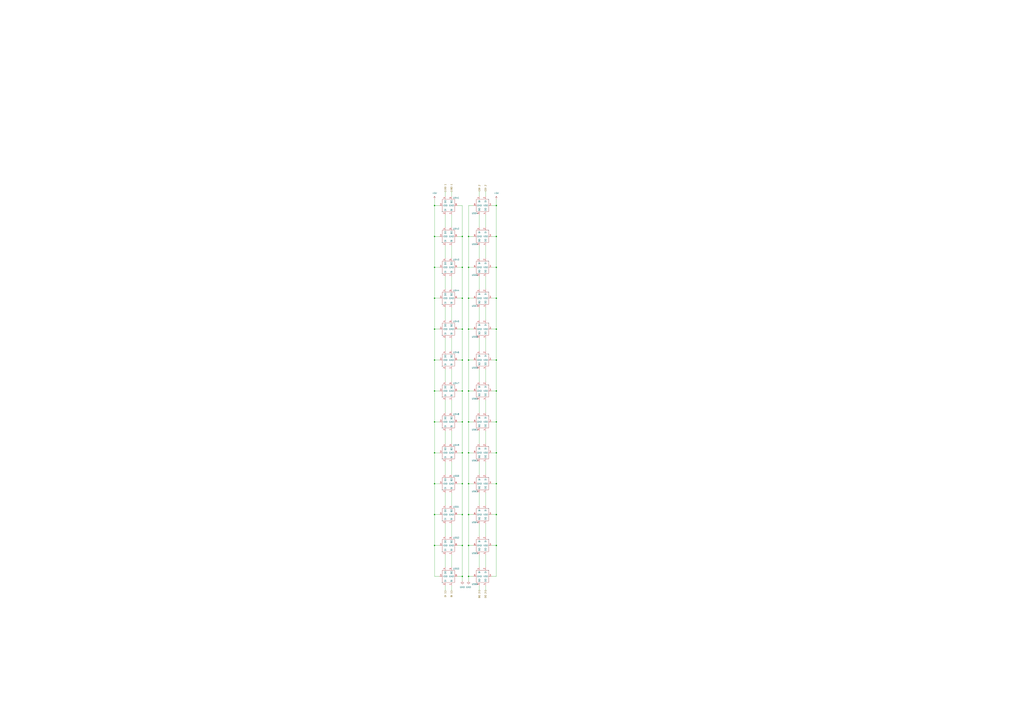
<source format=kicad_sch>
(kicad_sch (version 20231120) (generator "eeschema") (generator_version "8.0")
  (paper "A1")
  (lib_symbols
    (symbol "Dustins_Symbols:WS2816C"
      (property "Reference" "U" (at 10.16 11.43 0))
      (symbol "WS2816C_0_1"
        (rectangle (start 0 10.16) (end 10.16 0))
      )
      (symbol "WS2816C_1_1"
        (pin input line (at 7.62 -2.54 90) (length 2.54) (name "BI") (number "1"))
        (pin input line (at 2.54 -2.54 90) (length 2.54) (name "DI") (number "2"))
        (pin power_in line (at -2.54 5.08 0) (length 2.54) (name "VDD") (number "3"))
        (pin output line (at 2.54 12.7 270) (length 2.54) (name "DO") (number "4"))
        (pin output line (at 7.62 12.7 270) (length 2.54) (name "BO") (number "5"))
        (pin power_in line (at 12.7 5.08 180) (length 2.54) (name "GND") (number "6"))
      )
    )
    (symbol "power:+5V" (power) (pin_names (offset 0))
      (property "Value" "+5V" (at 0 3.556 0))
      (symbol "+5V_0_1"
        (polyline (pts (xy -0.762 1.27) (xy 0 2.54)))
        (polyline (pts (xy 0 0) (xy 0 2.54)))
        (polyline (pts (xy 0 2.54) (xy 0.762 1.27)))
      )
      (symbol "+5V_1_1"
        (pin power_in line (at 0 0 90) (length 0) hide (name "+5V") (number "1"))
      )
    )
    (symbol "power:GND" (power) (pin_numbers hide) (pin_names (offset 0) hide)
      (property "Value" "GND" (at 0 -3.81 0))
      (symbol "GND_0_1"
        (polyline (pts (xy 0 0) (xy 0 -1.27) (xy 1.27 -1.27) (xy 0 -2.54) (xy -1.27 -1.27) (xy 0 -1.27)))
      )
      (symbol "GND_1_1"
        (pin power_in line (at 0 0 270) (length 0) (name "~") (number "1"))
      )
    )
  )
  (junction (at 379.73 321.31))
  (junction (at 407.67 321.31))
  (junction (at 356.87 219.71))
  (junction (at 407.67 219.71))
  (junction (at 379.73 397.51))
  (junction (at 407.67 194.31))
  (junction (at 384.81 219.71))
  (junction (at 379.73 422.91))
  (junction (at 384.81 397.51))
  (junction (at 407.67 397.51))
  (junction (at 356.87 346.71))
  (junction (at 379.73 270.51))
  (junction (at 384.81 321.31))
  (junction (at 384.81 346.71))
  (junction (at 356.87 372.11))
  (junction (at 356.87 295.91))
  (junction (at 379.73 372.11))
  (junction (at 379.73 473.71))
  (junction (at 379.73 219.71))
  (junction (at 356.87 168.91))
  (junction (at 384.81 270.51))
  (junction (at 384.81 372.11))
  (junction (at 356.87 194.31))
  (junction (at 384.81 448.31))
  (junction (at 356.87 422.91))
  (junction (at 379.73 346.71))
  (junction (at 407.67 448.31))
  (junction (at 407.67 372.11))
  (junction (at 356.87 448.31))
  (junction (at 379.73 295.91))
  (junction (at 407.67 245.11))
  (junction (at 407.67 295.91))
  (junction (at 407.67 346.71))
  (junction (at 356.87 321.31))
  (junction (at 384.81 473.71))
  (junction (at 384.81 422.91))
  (junction (at 379.73 245.11))
  (junction (at 384.81 245.11))
  (junction (at 407.67 422.91))
  (junction (at 407.67 270.51))
  (junction (at 379.73 194.31))
  (junction (at 356.87 270.51))
  (junction (at 384.81 295.91))
  (junction (at 379.73 448.31))
  (junction (at 356.87 245.11))
  (junction (at 384.81 194.31))
  (junction (at 407.67 168.91))
  (junction (at 356.87 397.51))
  (wire (pts (xy 393.7 440.69) (xy 393.7 430.53)))
  (wire (pts (xy 384.81 473.71) (xy 384.81 477.52)))
  (wire (pts (xy 356.87 321.31) (xy 356.87 346.71)))
  (wire (pts (xy 384.81 397.51) (xy 384.81 422.91)))
  (wire (pts (xy 393.7 415.29) (xy 393.7 405.13)))
  (wire (pts (xy 365.76 303.53) (xy 365.76 313.69)))
  (wire (pts (xy 407.67 219.71) (xy 403.86 219.71)))
  (wire (pts (xy 375.92 397.51) (xy 379.73 397.51)))
  (wire (pts (xy 403.86 168.91) (xy 407.67 168.91)))
  (wire (pts (xy 384.81 422.91) (xy 388.62 422.91)))
  (wire (pts (xy 388.62 346.71) (xy 384.81 346.71)))
  (wire (pts (xy 365.76 455.93) (xy 365.76 466.09)))
  (wire (pts (xy 407.67 321.31) (xy 407.67 295.91)))
  (wire (pts (xy 379.73 372.11) (xy 379.73 346.71)))
  (wire (pts (xy 356.87 245.11) (xy 356.87 270.51)))
  (wire (pts (xy 384.81 422.91) (xy 384.81 448.31)))
  (wire (pts (xy 384.81 295.91) (xy 388.62 295.91)))
  (wire (pts (xy 370.84 354.33) (xy 370.84 364.49)))
  (wire (pts (xy 398.78 157.48) (xy 398.78 161.29)))
  (wire (pts (xy 393.7 157.48) (xy 393.7 161.29)))
  (wire (pts (xy 393.7 481.33) (xy 393.7 485.14)))
  (wire (pts (xy 375.92 321.31) (xy 379.73 321.31)))
  (wire (pts (xy 365.76 354.33) (xy 365.76 364.49)))
  (wire (pts (xy 356.87 295.91) (xy 356.87 321.31)))
  (wire (pts (xy 403.86 422.91) (xy 407.67 422.91)))
  (wire (pts (xy 393.7 389.89) (xy 393.7 379.73)))
  (wire (pts (xy 356.87 346.71) (xy 360.68 346.71)))
  (wire (pts (xy 388.62 321.31) (xy 384.81 321.31)))
  (wire (pts (xy 407.67 346.71) (xy 407.67 321.31)))
  (wire (pts (xy 398.78 481.33) (xy 398.78 485.14)))
  (wire (pts (xy 360.68 422.91) (xy 356.87 422.91)))
  (wire (pts (xy 407.67 346.71) (xy 403.86 346.71)))
  (wire (pts (xy 407.67 448.31) (xy 403.86 448.31)))
  (wire (pts (xy 398.78 288.29) (xy 398.78 278.13)))
  (wire (pts (xy 356.87 321.31) (xy 360.68 321.31)))
  (wire (pts (xy 398.78 440.69) (xy 398.78 430.53)))
  (wire (pts (xy 379.73 473.71) (xy 379.73 477.52)))
  (wire (pts (xy 365.76 201.93) (xy 365.76 212.09)))
  (wire (pts (xy 379.73 270.51) (xy 379.73 295.91)))
  (wire (pts (xy 370.84 328.93) (xy 370.84 339.09)))
  (wire (pts (xy 356.87 219.71) (xy 356.87 245.11)))
  (wire (pts (xy 384.81 473.71) (xy 388.62 473.71)))
  (wire (pts (xy 370.84 176.53) (xy 370.84 186.69)))
  (wire (pts (xy 379.73 219.71) (xy 379.73 194.31)))
  (wire (pts (xy 356.87 270.51) (xy 360.68 270.51)))
  (wire (pts (xy 407.67 194.31) (xy 403.86 194.31)))
  (wire (pts (xy 388.62 372.11) (xy 384.81 372.11)))
  (wire (pts (xy 375.92 422.91) (xy 379.73 422.91)))
  (wire (pts (xy 365.76 252.73) (xy 365.76 262.89)))
  (wire (pts (xy 407.67 245.11) (xy 403.86 245.11)))
  (wire (pts (xy 370.84 278.13) (xy 370.84 288.29)))
  (wire (pts (xy 356.87 448.31) (xy 356.87 473.71)))
  (wire (pts (xy 370.84 157.48) (xy 370.84 161.29)))
  (wire (pts (xy 398.78 466.09) (xy 398.78 455.93)))
  (wire (pts (xy 370.84 430.53) (xy 370.84 440.69)))
  (wire (pts (xy 388.62 270.51) (xy 384.81 270.51)))
  (wire (pts (xy 384.81 194.31) (xy 384.81 219.71)))
  (wire (pts (xy 407.67 473.71) (xy 407.67 448.31)))
  (wire (pts (xy 384.81 245.11) (xy 384.81 270.51)))
  (wire (pts (xy 356.87 219.71) (xy 360.68 219.71)))
  (wire (pts (xy 393.7 237.49) (xy 393.7 227.33)))
  (wire (pts (xy 407.67 270.51) (xy 403.86 270.51)))
  (wire (pts (xy 375.92 194.31) (xy 379.73 194.31)))
  (wire (pts (xy 356.87 448.31) (xy 360.68 448.31)))
  (wire (pts (xy 375.92 219.71) (xy 379.73 219.71)))
  (wire (pts (xy 356.87 168.91) (xy 356.87 194.31)))
  (wire (pts (xy 379.73 448.31) (xy 379.73 473.71)))
  (wire (pts (xy 379.73 168.91) (xy 375.92 168.91)))
  (wire (pts (xy 370.84 227.33) (xy 370.84 237.49)))
  (wire (pts (xy 356.87 163.83) (xy 356.87 168.91)))
  (wire (pts (xy 393.7 186.69) (xy 393.7 176.53)))
  (wire (pts (xy 398.78 313.69) (xy 398.78 303.53)))
  (wire (pts (xy 370.84 455.93) (xy 370.84 466.09)))
  (wire (pts (xy 393.7 339.09) (xy 393.7 328.93)))
  (wire (pts (xy 356.87 372.11) (xy 356.87 397.51)))
  (wire (pts (xy 407.67 270.51) (xy 407.67 245.11)))
  (wire (pts (xy 384.81 194.31) (xy 384.81 168.91)))
  (wire (pts (xy 356.87 194.31) (xy 356.87 219.71)))
  (wire (pts (xy 388.62 168.91) (xy 384.81 168.91)))
  (wire (pts (xy 398.78 186.69) (xy 398.78 176.53)))
  (wire (pts (xy 365.76 176.53) (xy 365.76 186.69)))
  (wire (pts (xy 393.7 262.89) (xy 393.7 252.73)))
  (wire (pts (xy 370.84 481.33) (xy 370.84 485.14)))
  (wire (pts (xy 398.78 339.09) (xy 398.78 328.93)))
  (wire (pts (xy 379.73 397.51) (xy 379.73 372.11)))
  (wire (pts (xy 356.87 245.11) (xy 360.68 245.11)))
  (wire (pts (xy 379.73 295.91) (xy 379.73 321.31)))
  (wire (pts (xy 384.81 321.31) (xy 384.81 346.71)))
  (wire (pts (xy 379.73 270.51) (xy 379.73 245.11)))
  (wire (pts (xy 360.68 473.71) (xy 356.87 473.71)))
  (wire (pts (xy 393.7 364.49) (xy 393.7 354.33)))
  (wire (pts (xy 384.81 270.51) (xy 384.81 295.91)))
  (wire (pts (xy 388.62 219.71) (xy 384.81 219.71)))
  (wire (pts (xy 384.81 448.31) (xy 384.81 473.71)))
  (wire (pts (xy 403.86 473.71) (xy 407.67 473.71)))
  (wire (pts (xy 365.76 430.53) (xy 365.76 440.69)))
  (wire (pts (xy 388.62 397.51) (xy 384.81 397.51)))
  (wire (pts (xy 356.87 346.71) (xy 356.87 372.11)))
  (wire (pts (xy 407.67 219.71) (xy 407.67 194.31)))
  (wire (pts (xy 375.92 270.51) (xy 379.73 270.51)))
  (wire (pts (xy 370.84 252.73) (xy 370.84 262.89)))
  (wire (pts (xy 379.73 194.31) (xy 379.73 168.91)))
  (wire (pts (xy 375.92 245.11) (xy 379.73 245.11)))
  (wire (pts (xy 407.67 372.11) (xy 407.67 346.71)))
  (wire (pts (xy 407.67 397.51) (xy 403.86 397.51)))
  (wire (pts (xy 365.76 157.48) (xy 365.76 161.29)))
  (wire (pts (xy 407.67 321.31) (xy 403.86 321.31)))
  (wire (pts (xy 356.87 397.51) (xy 360.68 397.51)))
  (wire (pts (xy 356.87 194.31) (xy 360.68 194.31)))
  (wire (pts (xy 356.87 270.51) (xy 356.87 295.91)))
  (wire (pts (xy 365.76 278.13) (xy 365.76 288.29)))
  (wire (pts (xy 360.68 295.91) (xy 356.87 295.91)))
  (wire (pts (xy 398.78 212.09) (xy 398.78 201.93)))
  (wire (pts (xy 398.78 237.49) (xy 398.78 227.33)))
  (wire (pts (xy 375.92 346.71) (xy 379.73 346.71)))
  (wire (pts (xy 370.84 201.93) (xy 370.84 212.09)))
  (wire (pts (xy 384.81 346.71) (xy 384.81 372.11)))
  (wire (pts (xy 407.67 245.11) (xy 407.67 219.71)))
  (wire (pts (xy 384.81 295.91) (xy 384.81 321.31)))
  (wire (pts (xy 375.92 448.31) (xy 379.73 448.31)))
  (wire (pts (xy 407.67 295.91) (xy 407.67 270.51)))
  (wire (pts (xy 375.92 473.71) (xy 379.73 473.71)))
  (wire (pts (xy 407.67 163.83) (xy 407.67 168.91)))
  (wire (pts (xy 365.76 227.33) (xy 365.76 237.49)))
  (wire (pts (xy 393.7 212.09) (xy 393.7 201.93)))
  (wire (pts (xy 384.81 372.11) (xy 384.81 397.51)))
  (wire (pts (xy 403.86 295.91) (xy 407.67 295.91)))
  (wire (pts (xy 398.78 415.29) (xy 398.78 405.13)))
  (wire (pts (xy 375.92 372.11) (xy 379.73 372.11)))
  (wire (pts (xy 370.84 303.53) (xy 370.84 313.69)))
  (wire (pts (xy 393.7 313.69) (xy 393.7 303.53)))
  (wire (pts (xy 365.76 379.73) (xy 365.76 389.89)))
  (wire (pts (xy 379.73 346.71) (xy 379.73 321.31)))
  (wire (pts (xy 365.76 405.13) (xy 365.76 415.29)))
  (wire (pts (xy 379.73 245.11) (xy 379.73 219.71)))
  (wire (pts (xy 398.78 389.89) (xy 398.78 379.73)))
  (wire (pts (xy 379.73 397.51) (xy 379.73 422.91)))
  (wire (pts (xy 388.62 245.11) (xy 384.81 245.11)))
  (wire (pts (xy 370.84 379.73) (xy 370.84 389.89)))
  (wire (pts (xy 356.87 397.51) (xy 356.87 422.91)))
  (wire (pts (xy 407.67 194.31) (xy 407.67 168.91)))
  (wire (pts (xy 370.84 405.13) (xy 370.84 415.29)))
  (wire (pts (xy 379.73 422.91) (xy 379.73 448.31)))
  (wire (pts (xy 407.67 397.51) (xy 407.67 372.11)))
  (wire (pts (xy 356.87 372.11) (xy 360.68 372.11)))
  (wire (pts (xy 365.76 328.93) (xy 365.76 339.09)))
  (wire (pts (xy 393.7 466.09) (xy 393.7 455.93)))
  (wire (pts (xy 407.67 372.11) (xy 403.86 372.11)))
  (wire (pts (xy 407.67 448.31) (xy 407.67 422.91)))
  (wire (pts (xy 384.81 219.71) (xy 384.81 245.11)))
  (wire (pts (xy 388.62 448.31) (xy 384.81 448.31)))
  (wire (pts (xy 407.67 422.91) (xy 407.67 397.51)))
  (wire (pts (xy 388.62 194.31) (xy 384.81 194.31)))
  (wire (pts (xy 393.7 288.29) (xy 393.7 278.13)))
  (wire (pts (xy 398.78 364.49) (xy 398.78 354.33)))
  (wire (pts (xy 360.68 168.91) (xy 356.87 168.91)))
  (wire (pts (xy 365.76 481.33) (xy 365.76 485.14)))
  (wire (pts (xy 398.78 262.89) (xy 398.78 252.73)))
  (wire (pts (xy 375.92 295.91) (xy 379.73 295.91)))
  (wire (pts (xy 356.87 422.91) (xy 356.87 448.31)))
  (hierarchical_label "DI 2" (shape input) (at 398.78 157.48 90))
  (hierarchical_label "DO 2" (shape output) (at 398.78 485.14 270))
  (hierarchical_label "DI 1" (shape input) (at 365.76 485.14 270))
  (hierarchical_label "DO 1" (shape output) (at 365.76 157.48 90))
  (hierarchical_label "BI 2" (shape input) (at 393.7 157.48 90))
  (hierarchical_label "BO 2" (shape output) (at 393.7 485.14 270))
  (hierarchical_label "BI 1" (shape input) (at 370.84 485.14 270))
  (hierarchical_label "BO 1" (shape output) (at 370.84 157.48 90))
  (symbol (lib_id "Dustins_Symbols:WS2816C") (at 401.32 367.03 180) (unit 1)
    (property "Reference" "U562" (at 389.89 378.46 0))
    (property "Value" "~" (at 401.32 367.03 0))
    (property "Footprint" "Dustins_Footprints:WS2816-2121" (effects (hide yes)))
    (property "Datasheet" "https://www.lcsc.com/datasheet/lcsc_datasheet_2012110135_Worldsemi-WS2816C-2121_C965561.pdf" (effects (hide yes)))
    (instances (project "150cm_Flex" (path "" (reference "U562") (unit 1)) (path "" (reference "U275") (unit 1)) (path "" (reference "U484") (unit 1)) (path "" (reference "U156") (unit 1)) (path "" (reference "U249") (unit 1)) (path "" (reference "U536") (unit 1)) (path "" (reference "U22") (unit 1)) (path "" (reference "U226") (unit 1)) (path "" (reference "U421") (unit 1)) (path "" (reference "U510") (unit 1))))
  )
  (symbol (lib_id "Dustins_Symbols:WS2816C") (at 401.32 468.63 180) (unit 1)
    (property "Reference" "U566" (at 389.89 480.06 0))
    (property "Value" "~" (at 401.32 468.63 0))
    (property "Footprint" "Dustins_Footprints:WS2816-2121" (effects (hide yes)))
    (property "Datasheet" "https://www.lcsc.com/datasheet/lcsc_datasheet_2012110135_Worldsemi-WS2816C-2121_C965561.pdf" (effects (hide yes)))
    (instances (project "150cm_Flex" (path "" (reference "U566") (unit 1)) (path "" (reference "U279") (unit 1)) (path "" (reference "U488") (unit 1)) (path "" (reference "U160") (unit 1)) (path "" (reference "U253") (unit 1)) (path "" (reference "U540") (unit 1)) (path "" (reference "U26") (unit 1)) (path "" (reference "U231") (unit 1)) (path "" (reference "U427") (unit 1)) (path "" (reference "U514") (unit 1))))
  )
  (symbol (lib_id "Dustins_Symbols:WS2816C") (at 363.22 453.39 0) (unit 1)
    (property "Reference" "U552" (at 374.65 441.96 0))
    (property "Value" "~" (at 363.22 453.39 0))
    (property "Footprint" "Dustins_Footprints:WS2816-2121" (effects (hide yes)))
    (property "Datasheet" "https://www.lcsc.com/datasheet/lcsc_datasheet_2012110135_Worldsemi-WS2816C-2121_C965561.pdf" (effects (hide yes)))
    (instances (project "150cm_Flex" (path "" (reference "U552") (unit 1)) (path "" (reference "U265") (unit 1)) (path "" (reference "U474") (unit 1)) (path "" (reference "U146") (unit 1)) (path "" (reference "U237") (unit 1)) (path "" (reference "U526") (unit 1)) (path "" (reference "U12") (unit 1)) (path "" (reference "U142") (unit 1)) (path "" (reference "U291") (unit 1)) (path "" (reference "U500") (unit 1))))
  )
  (symbol (lib_id "Dustins_Symbols:WS2816C") (at 363.22 326.39 0) (unit 1)
    (property "Reference" "U547" (at 374.65 314.96 0))
    (property "Value" "~" (at 363.22 326.39 0))
    (property "Footprint" "Dustins_Footprints:WS2816-2121" (effects (hide yes)))
    (property "Datasheet" "https://www.lcsc.com/datasheet/lcsc_datasheet_2012110135_Worldsemi-WS2816C-2121_C965561.pdf" (effects (hide yes)))
    (instances (project "150cm_Flex" (path "" (reference "U547") (unit 1)) (path "" (reference "U260") (unit 1)) (path "" (reference "U469") (unit 1)) (path "" (reference "U123") (unit 1)) (path "" (reference "U167") (unit 1)) (path "" (reference "U521") (unit 1)) (path "" (reference "U7") (unit 1)) (path "" (reference "U119") (unit 1)) (path "" (reference "U286") (unit 1)) (path "" (reference "U495") (unit 1))))
  )
  (symbol (lib_id "Dustins_Symbols:WS2816C") (at 363.22 199.39 0) (unit 1)
    (property "Reference" "U542" (at 374.65 187.96 0))
    (property "Value" "~" (at 363.22 199.39 0))
    (property "Footprint" "Dustins_Footprints:WS2816-2121" (effects (hide yes)))
    (property "Datasheet" "https://www.lcsc.com/datasheet/lcsc_datasheet_2012110135_Worldsemi-WS2816C-2121_C965561.pdf" (effects (hide yes)))
    (instances (project "150cm_Flex" (path "" (reference "U542") (unit 1)) (path "" (reference "U255") (unit 1)) (path "" (reference "U464") (unit 1)) (path "" (reference "U28") (unit 1)) (path "" (reference "U162") (unit 1)) (path "" (reference "U516") (unit 1)) (path "" (reference "U2") (unit 1)) (path "" (reference "U114") (unit 1)) (path "" (reference "U281") (unit 1)) (path "" (reference "U490") (unit 1))))
  )
  (symbol (lib_id "Dustins_Symbols:WS2816C") (at 401.32 341.63 180) (unit 1)
    (property "Reference" "U561" (at 389.89 353.06 0))
    (property "Value" "~" (at 401.32 341.63 0))
    (property "Footprint" "Dustins_Footprints:WS2816-2121" (effects (hide yes)))
    (property "Datasheet" "https://www.lcsc.com/datasheet/lcsc_datasheet_2012110135_Worldsemi-WS2816C-2121_C965561.pdf" (effects (hide yes)))
    (instances (project "150cm_Flex" (path "" (reference "U561") (unit 1)) (path "" (reference "U274") (unit 1)) (path "" (reference "U483") (unit 1)) (path "" (reference "U155") (unit 1)) (path "" (reference "U248") (unit 1)) (path "" (reference "U535") (unit 1)) (path "" (reference "U21") (unit 1)) (path "" (reference "U225") (unit 1)) (path "" (reference "U300") (unit 1)) (path "" (reference "U509") (unit 1))))
  )
  (symbol (lib_id "Dustins_Symbols:WS2816C") (at 401.32 290.83 180) (unit 1)
    (property "Reference" "U559" (at 389.89 302.26 0))
    (property "Value" "~" (at 401.32 290.83 0))
    (property "Footprint" "Dustins_Footprints:WS2816-2121" (effects (hide yes)))
    (property "Datasheet" "https://www.lcsc.com/datasheet/lcsc_datasheet_2012110135_Worldsemi-WS2816C-2121_C965561.pdf" (effects (hide yes)))
    (instances (project "150cm_Flex" (path "" (reference "U559") (unit 1)) (path "" (reference "U272") (unit 1)) (path "" (reference "U481") (unit 1)) (path "" (reference "U153") (unit 1)) (path "" (reference "U246") (unit 1)) (path "" (reference "U533") (unit 1)) (path "" (reference "U19") (unit 1)) (path "" (reference "U223") (unit 1)) (path "" (reference "U298") (unit 1)) (path "" (reference "U507") (unit 1))))
  )
  (symbol (lib_id "Dustins_Symbols:WS2816C") (at 363.22 377.19 0) (unit 1)
    (property "Reference" "U549" (at 374.65 365.76 0))
    (property "Value" "~" (at 363.22 377.19 0))
    (property "Footprint" "Dustins_Footprints:WS2816-2121" (effects (hide yes)))
    (property "Datasheet" "https://www.lcsc.com/datasheet/lcsc_datasheet_2012110135_Worldsemi-WS2816C-2121_C965561.pdf" (effects (hide yes)))
    (instances (project "150cm_Flex" (path "" (reference "U549") (unit 1)) (path "" (reference "U262") (unit 1)) (path "" (reference "U471") (unit 1)) (path "" (reference "U125") (unit 1)) (path "" (reference "U232") (unit 1)) (path "" (reference "U523") (unit 1)) (path "" (reference "U9") (unit 1)) (path "" (reference "U139") (unit 1)) (path "" (reference "U288") (unit 1)) (path "" (reference "U497") (unit 1))))
  )
  (symbol (lib_id "power:+5V") (at 407.67 163.83 0) (unit 1)
    (property "Reference" "#PWR0149" (effects (hide yes)))
    (property "Value" "+5V" (at 407.67 158.75 0))
    (instances (project "150cm_Flex" (path "" (reference "#PWR0149") (unit 1)) (path "" (reference "#PWR053") (unit 1)) (path "" (reference "#PWR092") (unit 1)) (path "" (reference "#PWR017") (unit 1)) (path "" (reference "#PWR042") (unit 1)) (path "" (reference "#PWR0122") (unit 1)) (path "" (reference "#PWR05") (unit 1)) (path "" (reference "#PWR0148") (unit 1)) (path "" (reference "#PWR074") (unit 1)) (path "" (reference "#PWR098") (unit 1))))
  )
  (symbol (lib_id "Dustins_Symbols:WS2816C") (at 401.32 265.43 180) (unit 1)
    (property "Reference" "U558" (at 389.89 276.86 0))
    (property "Value" "~" (at 401.32 265.43 0))
    (property "Footprint" "Dustins_Footprints:WS2816-2121" (effects (hide yes)))
    (property "Datasheet" "https://www.lcsc.com/datasheet/lcsc_datasheet_2012110135_Worldsemi-WS2816C-2121_C965561.pdf" (effects (hide yes)))
    (instances (project "150cm_Flex" (path "" (reference "U558") (unit 1)) (path "" (reference "U271") (unit 1)) (path "" (reference "U480") (unit 1)) (path "" (reference "U152") (unit 1)) (path "" (reference "U245") (unit 1)) (path "" (reference "U532") (unit 1)) (path "" (reference "U18") (unit 1)) (path "" (reference "U221") (unit 1)) (path "" (reference "U297") (unit 1)) (path "" (reference "U506") (unit 1))))
  )
  (symbol (lib_id "Dustins_Symbols:WS2816C") (at 363.22 173.99 0) (unit 1)
    (property "Reference" "U541" (at 374.65 162.56 0))
    (property "Value" "~" (at 363.22 173.99 0))
    (property "Footprint" "Dustins_Footprints:WS2816-2121" (effects (hide yes)))
    (property "Datasheet" "https://www.lcsc.com/datasheet/lcsc_datasheet_2012110135_Worldsemi-WS2816C-2121_C965561.pdf" (effects (hide yes)))
    (instances (project "150cm_Flex" (path "" (reference "U541") (unit 1)) (path "" (reference "U254") (unit 1)) (path "" (reference "U463") (unit 1)) (path "" (reference "U27") (unit 1)) (path "" (reference "U161") (unit 1)) (path "" (reference "U515") (unit 1)) (path "" (reference "U1") (unit 1)) (path "" (reference "U113") (unit 1)) (path "" (reference "U280") (unit 1)) (path "" (reference "U489") (unit 1))))
  )
  (symbol (lib_id "power:GND") (at 379.73 477.52 0) (unit 1)
    (property "Reference" "#PWR0138" (effects (hide yes)))
    (property "Value" "GND" (at 379.73 482.6 0))
    (property "Description" "Power symbol creates a global label with name \"GND\" , ground" (effects (hide yes)))
    (instances (project "150cm_Flex" (path "" (reference "#PWR0138") (unit 1)) (path "" (reference "#PWR050") (unit 1)) (path "" (reference "#PWR089") (unit 1)) (path "" (reference "#PWR09") (unit 1)) (path "" (reference "#PWR033") (unit 1)) (path "" (reference "#PWR0106") (unit 1)) (path "" (reference "#PWR02") (unit 1)) (path "" (reference "#PWR0145") (unit 1)) (path "" (reference "#PWR058") (unit 1)) (path "" (reference "#PWR096") (unit 1))))
  )
  (symbol (lib_id "Dustins_Symbols:WS2816C") (at 401.32 392.43 180) (unit 1)
    (property "Reference" "U563" (at 389.89 403.86 0))
    (property "Value" "~" (at 401.32 392.43 0))
    (property "Footprint" "Dustins_Footprints:WS2816-2121" (effects (hide yes)))
    (property "Datasheet" "https://www.lcsc.com/datasheet/lcsc_datasheet_2012110135_Worldsemi-WS2816C-2121_C965561.pdf" (effects (hide yes)))
    (instances (project "150cm_Flex" (path "" (reference "U563") (unit 1)) (path "" (reference "U276") (unit 1)) (path "" (reference "U485") (unit 1)) (path "" (reference "U157") (unit 1)) (path "" (reference "U250") (unit 1)) (path "" (reference "U537") (unit 1)) (path "" (reference "U23") (unit 1)) (path "" (reference "U227") (unit 1)) (path "" (reference "U422") (unit 1)) (path "" (reference "U511") (unit 1))))
  )
  (symbol (lib_id "Dustins_Symbols:WS2816C") (at 363.22 300.99 0) (unit 1)
    (property "Reference" "U546" (at 374.65 289.56 0))
    (property "Value" "~" (at 363.22 300.99 0))
    (property "Footprint" "Dustins_Footprints:WS2816-2121" (effects (hide yes)))
    (property "Datasheet" "https://www.lcsc.com/datasheet/lcsc_datasheet_2012110135_Worldsemi-WS2816C-2121_C965561.pdf" (effects (hide yes)))
    (instances (project "150cm_Flex" (path "" (reference "U546") (unit 1)) (path "" (reference "U259") (unit 1)) (path "" (reference "U468") (unit 1)) (path "" (reference "U122") (unit 1)) (path "" (reference "U166") (unit 1)) (path "" (reference "U520") (unit 1)) (path "" (reference "U6") (unit 1)) (path "" (reference "U118") (unit 1)) (path "" (reference "U285") (unit 1)) (path "" (reference "U494") (unit 1))))
  )
  (symbol (lib_id "Dustins_Symbols:WS2816C") (at 401.32 240.03 180) (unit 1)
    (property "Reference" "U557" (at 389.89 251.46 0))
    (property "Value" "~" (at 401.32 240.03 0))
    (property "Footprint" "Dustins_Footprints:WS2816-2121" (effects (hide yes)))
    (property "Datasheet" "https://www.lcsc.com/datasheet/lcsc_datasheet_2012110135_Worldsemi-WS2816C-2121_C965561.pdf" (effects (hide yes)))
    (instances (project "150cm_Flex" (path "" (reference "U557") (unit 1)) (path "" (reference "U270") (unit 1)) (path "" (reference "U479") (unit 1)) (path "" (reference "U151") (unit 1)) (path "" (reference "U244") (unit 1)) (path "" (reference "U531") (unit 1)) (path "" (reference "U17") (unit 1)) (path "" (reference "U220") (unit 1)) (path "" (reference "U296") (unit 1)) (path "" (reference "U505") (unit 1))))
  )
  (symbol (lib_id "Dustins_Symbols:WS2816C") (at 401.32 189.23 180) (unit 1)
    (property "Reference" "U555" (at 389.89 200.66 0))
    (property "Value" "~" (at 401.32 189.23 0))
    (property "Footprint" "Dustins_Footprints:WS2816-2121" (effects (hide yes)))
    (property "Datasheet" "https://www.lcsc.com/datasheet/lcsc_datasheet_2012110135_Worldsemi-WS2816C-2121_C965561.pdf" (effects (hide yes)))
    (instances (project "150cm_Flex" (path "" (reference "U555") (unit 1)) (path "" (reference "U268") (unit 1)) (path "" (reference "U477") (unit 1)) (path "" (reference "U149") (unit 1)) (path "" (reference "U242") (unit 1)) (path "" (reference "U529") (unit 1)) (path "" (reference "U15") (unit 1)) (path "" (reference "U218") (unit 1)) (path "" (reference "U294") (unit 1)) (path "" (reference "U503") (unit 1))))
  )
  (symbol (lib_id "power:+5V") (at 356.87 163.83 0) (unit 1)
    (property "Reference" "#PWR0130" (effects (hide yes)))
    (property "Value" "+5V" (at 356.87 158.75 0))
    (instances (project "150cm_Flex" (path "" (reference "#PWR0130") (unit 1)) (path "" (reference "#PWR049") (unit 1)) (path "" (reference "#PWR088") (unit 1)) (path "" (reference "#PWR08") (unit 1)) (path "" (reference "#PWR026") (unit 1)) (path "" (reference "#PWR0100") (unit 1)) (path "" (reference "#PWR01") (unit 1)) (path "" (reference "#PWR0144") (unit 1)) (path "" (reference "#PWR056") (unit 1)) (path "" (reference "#PWR093") (unit 1))))
  )
  (symbol (lib_id "Dustins_Symbols:WS2816C") (at 363.22 351.79 0) (unit 1)
    (property "Reference" "U548" (at 374.65 340.36 0))
    (property "Value" "~" (at 363.22 351.79 0))
    (property "Footprint" "Dustins_Footprints:WS2816-2121" (effects (hide yes)))
    (property "Datasheet" "https://www.lcsc.com/datasheet/lcsc_datasheet_2012110135_Worldsemi-WS2816C-2121_C965561.pdf" (effects (hide yes)))
    (instances (project "150cm_Flex" (path "" (reference "U548") (unit 1)) (path "" (reference "U261") (unit 1)) (path "" (reference "U470") (unit 1)) (path "" (reference "U124") (unit 1)) (path "" (reference "U168") (unit 1)) (path "" (reference "U522") (unit 1)) (path "" (reference "U8") (unit 1)) (path "" (reference "U120") (unit 1)) (path "" (reference "U287") (unit 1)) (path "" (reference "U496") (unit 1))))
  )
  (symbol (lib_id "Dustins_Symbols:WS2816C") (at 363.22 478.79 0) (unit 1)
    (property "Reference" "U553" (at 374.65 467.36 0))
    (property "Value" "~" (at 363.22 478.79 0))
    (property "Footprint" "Dustins_Footprints:WS2816-2121" (effects (hide yes)))
    (property "Datasheet" "https://www.lcsc.com/datasheet/lcsc_datasheet_2012110135_Worldsemi-WS2816C-2121_C965561.pdf" (effects (hide yes)))
    (instances (project "150cm_Flex" (path "" (reference "U553") (unit 1)) (path "" (reference "U266") (unit 1)) (path "" (reference "U475") (unit 1)) (path "" (reference "U147") (unit 1)) (path "" (reference "U238") (unit 1)) (path "" (reference "U527") (unit 1)) (path "" (reference "U13") (unit 1)) (path "" (reference "U143") (unit 1)) (path "" (reference "U292") (unit 1)) (path "" (reference "U501") (unit 1))))
  )
  (symbol (lib_id "Dustins_Symbols:WS2816C") (at 363.22 427.99 0) (unit 1)
    (property "Reference" "U551" (at 374.65 416.56 0))
    (property "Value" "~" (at 363.22 427.99 0))
    (property "Footprint" "Dustins_Footprints:WS2816-2121" (effects (hide yes)))
    (property "Datasheet" "https://www.lcsc.com/datasheet/lcsc_datasheet_2012110135_Worldsemi-WS2816C-2121_C965561.pdf" (effects (hide yes)))
    (instances (project "150cm_Flex" (path "" (reference "U551") (unit 1)) (path "" (reference "U264") (unit 1)) (path "" (reference "U473") (unit 1)) (path "" (reference "U145") (unit 1)) (path "" (reference "U236") (unit 1)) (path "" (reference "U525") (unit 1)) (path "" (reference "U11") (unit 1)) (path "" (reference "U141") (unit 1)) (path "" (reference "U290") (unit 1)) (path "" (reference "U499") (unit 1))))
  )
  (symbol (lib_id "Dustins_Symbols:WS2816C") (at 363.22 250.19 0) (unit 1)
    (property "Reference" "U544" (at 374.65 238.76 0))
    (property "Value" "~" (at 363.22 250.19 0))
    (property "Footprint" "Dustins_Footprints:WS2816-2121" (effects (hide yes)))
    (property "Datasheet" "https://www.lcsc.com/datasheet/lcsc_datasheet_2012110135_Worldsemi-WS2816C-2121_C965561.pdf" (effects (hide yes)))
    (instances (project "150cm_Flex" (path "" (reference "U544") (unit 1)) (path "" (reference "U257") (unit 1)) (path "" (reference "U466") (unit 1)) (path "" (reference "U30") (unit 1)) (path "" (reference "U164") (unit 1)) (path "" (reference "U518") (unit 1)) (path "" (reference "U4") (unit 1)) (path "" (reference "U116") (unit 1)) (path "" (reference "U283") (unit 1)) (path "" (reference "U492") (unit 1))))
  )
  (symbol (lib_id "Dustins_Symbols:WS2816C") (at 401.32 163.83 180) (unit 1)
    (property "Reference" "U554" (at 389.89 175.26 0))
    (property "Value" "~" (at 401.32 163.83 0))
    (property "Footprint" "Dustins_Footprints:WS2816-2121" (effects (hide yes)))
    (property "Datasheet" "https://www.lcsc.com/datasheet/lcsc_datasheet_2012110135_Worldsemi-WS2816C-2121_C965561.pdf" (effects (hide yes)))
    (instances (project "150cm_Flex" (path "" (reference "U554") (unit 1)) (path "" (reference "U267") (unit 1)) (path "" (reference "U476") (unit 1)) (path "" (reference "U148") (unit 1)) (path "" (reference "U241") (unit 1)) (path "" (reference "U528") (unit 1)) (path "" (reference "U14") (unit 1)) (path "" (reference "U217") (unit 1)) (path "" (reference "U293") (unit 1)) (path "" (reference "U502") (unit 1))))
  )
  (symbol (lib_id "Dustins_Symbols:WS2816C") (at 401.32 316.23 180) (unit 1)
    (property "Reference" "U560" (at 389.89 327.66 0))
    (property "Value" "~" (at 401.32 316.23 0))
    (property "Footprint" "Dustins_Footprints:WS2816-2121" (effects (hide yes)))
    (property "Datasheet" "https://www.lcsc.com/datasheet/lcsc_datasheet_2012110135_Worldsemi-WS2816C-2121_C965561.pdf" (effects (hide yes)))
    (instances (project "150cm_Flex" (path "" (reference "U560") (unit 1)) (path "" (reference "U273") (unit 1)) (path "" (reference "U482") (unit 1)) (path "" (reference "U154") (unit 1)) (path "" (reference "U247") (unit 1)) (path "" (reference "U534") (unit 1)) (path "" (reference "U20") (unit 1)) (path "" (reference "U224") (unit 1)) (path "" (reference "U299") (unit 1)) (path "" (reference "U508") (unit 1))))
  )
  (symbol (lib_id "Dustins_Symbols:WS2816C") (at 363.22 402.59 0) (unit 1)
    (property "Reference" "U550" (at 374.65 391.16 0))
    (property "Value" "~" (at 363.22 402.59 0))
    (property "Footprint" "Dustins_Footprints:WS2816-2121" (effects (hide yes)))
    (property "Datasheet" "https://www.lcsc.com/datasheet/lcsc_datasheet_2012110135_Worldsemi-WS2816C-2121_C965561.pdf" (effects (hide yes)))
    (instances (project "150cm_Flex" (path "" (reference "U550") (unit 1)) (path "" (reference "U263") (unit 1)) (path "" (reference "U472") (unit 1)) (path "" (reference "U126") (unit 1)) (path "" (reference "U235") (unit 1)) (path "" (reference "U524") (unit 1)) (path "" (reference "U10") (unit 1)) (path "" (reference "U140") (unit 1)) (path "" (reference "U289") (unit 1)) (path "" (reference "U498") (unit 1))))
  )
  (symbol (lib_id "Dustins_Symbols:WS2816C") (at 363.22 275.59 0) (unit 1)
    (property "Reference" "U545" (at 374.65 264.16 0))
    (property "Value" "~" (at 363.22 275.59 0))
    (property "Footprint" "Dustins_Footprints:WS2816-2121" (effects (hide yes)))
    (property "Datasheet" "https://www.lcsc.com/datasheet/lcsc_datasheet_2012110135_Worldsemi-WS2816C-2121_C965561.pdf" (effects (hide yes)))
    (instances (project "150cm_Flex" (path "" (reference "U545") (unit 1)) (path "" (reference "U258") (unit 1)) (path "" (reference "U467") (unit 1)) (path "" (reference "U121") (unit 1)) (path "" (reference "U165") (unit 1)) (path "" (reference "U519") (unit 1)) (path "" (reference "U5") (unit 1)) (path "" (reference "U117") (unit 1)) (path "" (reference "U284") (unit 1)) (path "" (reference "U493") (unit 1))))
  )
  (symbol (lib_id "Dustins_Symbols:WS2816C") (at 401.32 443.23 180) (unit 1)
    (property "Reference" "U565" (at 389.89 454.66 0))
    (property "Value" "~" (at 401.32 443.23 0))
    (property "Footprint" "Dustins_Footprints:WS2816-2121" (effects (hide yes)))
    (property "Datasheet" "https://www.lcsc.com/datasheet/lcsc_datasheet_2012110135_Worldsemi-WS2816C-2121_C965561.pdf" (effects (hide yes)))
    (instances (project "150cm_Flex" (path "" (reference "U565") (unit 1)) (path "" (reference "U278") (unit 1)) (path "" (reference "U487") (unit 1)) (path "" (reference "U159") (unit 1)) (path "" (reference "U252") (unit 1)) (path "" (reference "U539") (unit 1)) (path "" (reference "U25") (unit 1)) (path "" (reference "U230") (unit 1)) (path "" (reference "U424") (unit 1)) (path "" (reference "U513") (unit 1))))
  )
  (symbol (lib_id "Dustins_Symbols:WS2816C") (at 401.32 214.63 180) (unit 1)
    (property "Reference" "U556" (at 389.89 226.06 0))
    (property "Value" "~" (at 401.32 214.63 0))
    (property "Footprint" "Dustins_Footprints:WS2816-2121" (effects (hide yes)))
    (property "Datasheet" "https://www.lcsc.com/datasheet/lcsc_datasheet_2012110135_Worldsemi-WS2816C-2121_C965561.pdf" (effects (hide yes)))
    (instances (project "150cm_Flex" (path "" (reference "U556") (unit 1)) (path "" (reference "U269") (unit 1)) (path "" (reference "U478") (unit 1)) (path "" (reference "U150") (unit 1)) (path "" (reference "U243") (unit 1)) (path "" (reference "U530") (unit 1)) (path "" (reference "U16") (unit 1)) (path "" (reference "U219") (unit 1)) (path "" (reference "U295") (unit 1)) (path "" (reference "U504") (unit 1))))
  )
  (symbol (lib_id "Dustins_Symbols:WS2816C") (at 401.32 417.83 180) (unit 1)
    (property "Reference" "U564" (at 389.89 429.26 0))
    (property "Value" "~" (at 401.32 417.83 0))
    (property "Footprint" "Dustins_Footprints:WS2816-2121" (effects (hide yes)))
    (property "Datasheet" "https://www.lcsc.com/datasheet/lcsc_datasheet_2012110135_Worldsemi-WS2816C-2121_C965561.pdf" (effects (hide yes)))
    (instances (project "150cm_Flex" (path "" (reference "U564") (unit 1)) (path "" (reference "U277") (unit 1)) (path "" (reference "U486") (unit 1)) (path "" (reference "U158") (unit 1)) (path "" (reference "U251") (unit 1)) (path "" (reference "U538") (unit 1)) (path "" (reference "U24") (unit 1)) (path "" (reference "U229") (unit 1)) (path "" (reference "U423") (unit 1)) (path "" (reference "U512") (unit 1))))
  )
  (symbol (lib_id "Dustins_Symbols:WS2816C") (at 363.22 224.79 0) (unit 1)
    (property "Reference" "U543" (at 374.65 213.36 0))
    (property "Value" "~" (at 363.22 224.79 0))
    (property "Footprint" "Dustins_Footprints:WS2816-2121" (effects (hide yes)))
    (property "Datasheet" "https://www.lcsc.com/datasheet/lcsc_datasheet_2012110135_Worldsemi-WS2816C-2121_C965561.pdf" (effects (hide yes)))
    (instances (project "150cm_Flex" (path "" (reference "U543") (unit 1)) (path "" (reference "U256") (unit 1)) (path "" (reference "U465") (unit 1)) (path "" (reference "U29") (unit 1)) (path "" (reference "U163") (unit 1)) (path "" (reference "U517") (unit 1)) (path "" (reference "U3") (unit 1)) (path "" (reference "U115") (unit 1)) (path "" (reference "U282") (unit 1)) (path "" (reference "U491") (unit 1))))
  )
  (symbol (lib_id "power:GND") (at 384.81 477.52 0) (unit 1)
    (property "Reference" "#PWR0146" (effects (hide yes)))
    (property "Value" "GND" (at 384.81 482.6 0))
    (property "Description" "Power symbol creates a global label with name \"GND\" , ground" (effects (hide yes)))
    (instances (project "150cm_Flex" (path "" (reference "#PWR0146") (unit 1)) (path "" (reference "#PWR052") (unit 1)) (path "" (reference "#PWR090") (unit 1)) (path "" (reference "#PWR010") (unit 1)) (path "" (reference "#PWR041") (unit 1)) (path "" (reference "#PWR0114") (unit 1)) (path "" (reference "#PWR04") (unit 1)) (path "" (reference "#PWR0147") (unit 1)) (path "" (reference "#PWR066") (unit 1)) (path "" (reference "#PWR097") (unit 1))))
  )
)
</source>
